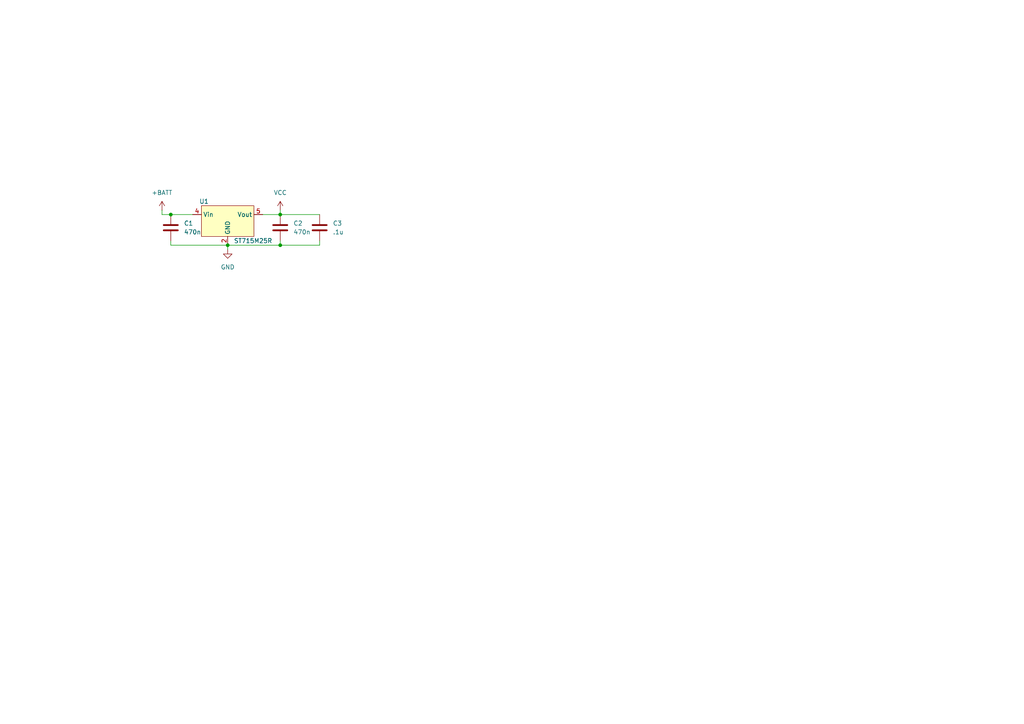
<source format=kicad_sch>
(kicad_sch (version 20231120) (generator "eeschema") (generator_version "8.0")
  (paper "A4")
  (lib_symbols
    (symbol "Device:C" (pin_numbers hide) (pin_names (offset 0.254))
      (property "Reference" "C" (at 0.635 2.54 0))
      (property "Value" "C" (at 0.635 -2.54 0))
      (symbol "C_0_1"
        (polyline (pts (xy -2.032 -0.762) (xy 2.032 -0.762)) (stroke (width 0.508)))
        (polyline (pts (xy -2.032 0.762) (xy 2.032 0.762)) (stroke (width 0.508)))
      )
      (symbol "C_1_1"
        (pin passive line (at 0 3.81 270) (length 2.794) (name "~") (number "1"))
        (pin passive line (at 0 -3.81 90) (length 2.794) (name "~") (number "2"))
      )
    )
    (symbol "JakeLib:ST715M25R"
      (property "Reference" "U" (at 0 1.27 0))
      (property "Value" "ST715M25R" (at 15.494 -10.16 0))
      (symbol "ST715M25R_1_1"
        (rectangle (start 0 0) (end 15.24 -8.89) (fill (type background)))
        (pin passive line (at 7.62 -11.43 90) (length 2.54) (name "GND") (number "2"))
        (pin power_in line (at -2.54 -2.54 0) (length 2.54) (name "Vin") (number "4"))
        (pin power_out line (at 17.78 -2.54 180) (length 2.54) (name "Vout") (number "5"))
      )
    )
    (symbol "power:+BATT" (power) (pin_numbers hide) (pin_names (offset 0) hide)
      (property "Value" "+BATT" (at 0 3.556 0))
      (symbol "+BATT_0_1"
        (polyline (pts (xy -0.762 1.27) (xy 0 2.54)))
        (polyline (pts (xy 0 0) (xy 0 2.54)))
        (polyline (pts (xy 0 2.54) (xy 0.762 1.27)))
      )
      (symbol "+BATT_1_1"
        (pin power_in line (at 0 0 90) (length 0) (name "~") (number "1"))
      )
    )
    (symbol "power:GND" (power) (pin_numbers hide) (pin_names (offset 0) hide)
      (property "Value" "GND" (at 0 -3.81 0))
      (symbol "GND_0_1"
        (polyline (pts (xy 0 0) (xy 0 -1.27) (xy 1.27 -1.27) (xy 0 -2.54) (xy -1.27 -1.27) (xy 0 -1.27)))
      )
      (symbol "GND_1_1"
        (pin power_in line (at 0 0 270) (length 0) (name "~") (number "1"))
      )
    )
    (symbol "power:VCC" (power) (pin_numbers hide) (pin_names (offset 0) hide)
      (property "Value" "VCC" (at 0 3.556 0))
      (symbol "VCC_0_1"
        (polyline (pts (xy -0.762 1.27) (xy 0 2.54)))
        (polyline (pts (xy 0 0) (xy 0 2.54)))
        (polyline (pts (xy 0 2.54) (xy 0.762 1.27)))
      )
      (symbol "VCC_1_1"
        (pin power_in line (at 0 0 90) (length 0) (name "~") (number "1"))
      )
    )
  )
  (junction (at 66.04 71.12))
  (junction (at 49.53 62.23))
  (junction (at 81.28 71.12))
  (junction (at 81.28 62.23))
  (wire (pts (xy 49.53 71.12) (xy 66.04 71.12)))
  (wire (pts (xy 46.99 62.23) (xy 49.53 62.23)))
  (wire (pts (xy 81.28 62.23) (xy 92.71 62.23)))
  (wire (pts (xy 92.71 71.12) (xy 92.71 69.85)))
  (wire (pts (xy 46.99 62.23) (xy 46.99 60.96)))
  (wire (pts (xy 81.28 71.12) (xy 81.28 69.85)))
  (wire (pts (xy 81.28 62.23) (xy 76.2 62.23)))
  (wire (pts (xy 66.04 71.12) (xy 81.28 71.12)))
  (wire (pts (xy 49.53 62.23) (xy 55.88 62.23)))
  (wire (pts (xy 49.53 69.85) (xy 49.53 71.12)))
  (wire (pts (xy 81.28 60.96) (xy 81.28 62.23)))
  (wire (pts (xy 66.04 72.39) (xy 66.04 71.12)))
  (wire (pts (xy 81.28 71.12) (xy 92.71 71.12)))
  (symbol (lib_id "Device:C") (at 81.28 66.04 0) (unit 1)
    (property "Reference" "C2" (at 85.09 64.7699 0) (effects (justify left)))
    (property "Value" "470n" (at 85.09 67.3099 0) (effects (justify left)))
    (property "Footprint" "Capacitor_SMD:C_1206_3216Metric" (effects (hide yes)))
    (property "Description" "Unpolarized capacitor" (effects (hide yes)))
  )
  (symbol (lib_id "JakeLib:ST715M25R") (at 58.42 59.69 0) (unit 1)
    (property "Reference" "U1" (at 59.182 58.42 0))
    (property "Value" "ST715M25R" (at 73.406 69.85 0))
    (property "Footprint" "Package_TO_SOT_SMD:SOT-23-5" (effects (hide yes)))
  )
  (symbol (lib_id "power:+BATT") (at 46.99 60.96 0) (unit 1)
    (property "Reference" "#PWR03" (effects (hide yes)))
    (property "Value" "+BATT" (at 46.99 55.88 0))
    (property "Description" "Power symbol creates a global label with name \"+BATT\"" (effects (hide yes)))
  )
  (symbol (lib_id "power:VCC") (at 81.28 60.96 0) (unit 1)
    (property "Reference" "#PWR02" (effects (hide yes)))
    (property "Value" "VCC" (at 81.28 55.88 0))
    (property "Description" "Power symbol creates a global label with name \"VCC\"" (effects (hide yes)))
  )
  (symbol (lib_id "power:GND") (at 66.04 72.39 0) (unit 1)
    (property "Reference" "#PWR01" (effects (hide yes)))
    (property "Value" "GND" (at 66.04 77.47 0))
    (property "Description" "Power symbol creates a global label with name \"GND\" , ground" (effects (hide yes)))
  )
  (symbol (lib_id "Device:C") (at 49.53 66.04 0) (unit 1)
    (property "Reference" "C1" (at 53.34 64.7699 0) (effects (justify left)))
    (property "Value" "470n" (at 53.34 67.3099 0) (effects (justify left)))
    (property "Footprint" "Capacitor_SMD:C_1206_3216Metric" (effects (hide yes)))
    (property "Description" "Unpolarized capacitor" (effects (hide yes)))
  )
  (symbol (lib_id "Device:C") (at 92.71 66.04 0) (unit 1)
    (property "Reference" "C3" (at 96.52 64.7699 0) (effects (justify left)))
    (property "Value" ".1u" (at 96.52 67.3099 0) (effects (justify left)))
    (property "Footprint" "Capacitor_SMD:C_1206_3216Metric" (effects (hide yes)))
    (property "Description" "Unpolarized capacitor" (effects (hide yes)))
  )
)
</source>
